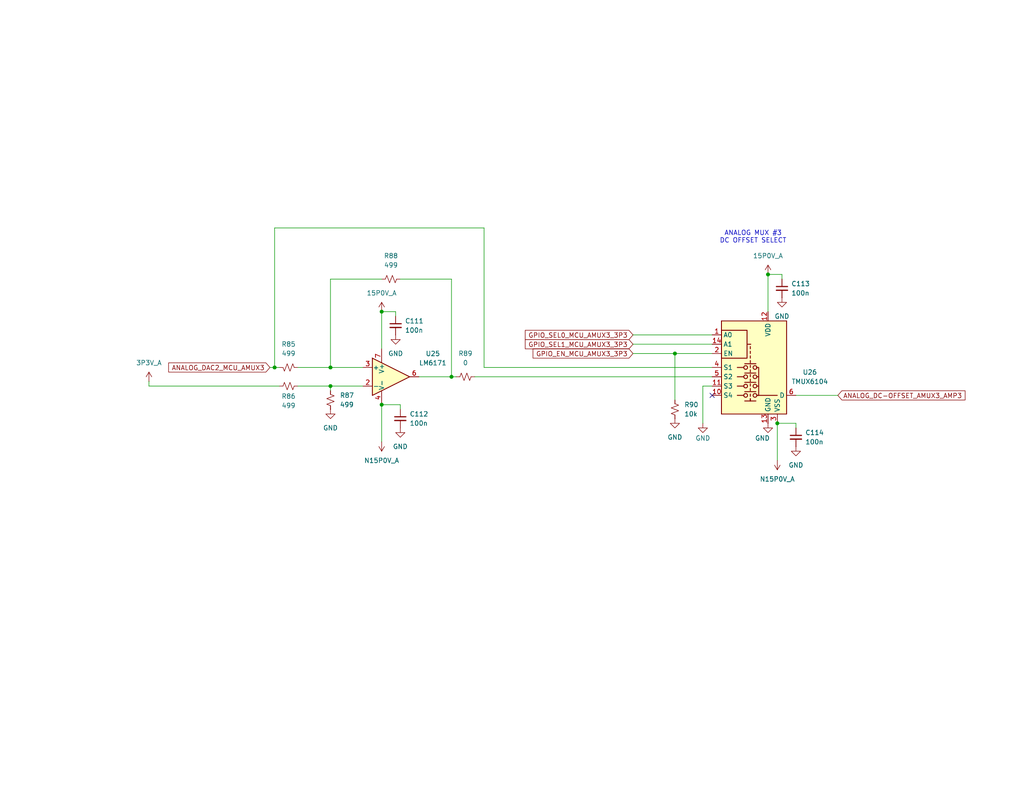
<source format=kicad_sch>
(kicad_sch (version 20250114) (generator "eeschema") (generator_version "9.0")
  (paper "A")
  (title_block (title "ARBITRARY WAVEFORM GENERATOR") (date "2025-07-15") (rev "1.0.1") (company "Tomasz Brzyzek"))
  (lib_symbols
    (symbol "BRZK_MUX:TMUX6104"
      (property "Reference" "U" (at 11.684 15.748 0))
      (property "Value" "TMUX6104" (at 11.684 13.462 0))
      (symbol "TMUX6104_0_0"
        (pin power_in line (at 5.08 -12.7 90) (length 2.54) (name "GND") (number "13"))
      )
      (symbol "TMUX6104_0_1"
        (rectangle (start -7.62 15.24) (end 10.16 -10.16) (stroke (width 0.254)) (fill (type background)))
        (rectangle (start -7.62 12.7) (end -0.635 5.08) (stroke (width 0.254)))
        (polyline (pts (xy -1.524 2.54) (xy -3.302 2.54)) (stroke (width 0.254)))
        (polyline (pts (xy -1.524 0) (xy -3.302 0)) (stroke (width 0.254)))
        (polyline (pts (xy -1.524 -2.54) (xy -3.302 -2.54)) (stroke (width 0.254)))
        (polyline (pts (xy -1.524 -5.08) (xy -3.302 -5.08)) (stroke (width 0.254)))
        (polyline (pts (xy -1.27 3.556) (xy 1.778 3.556)) (stroke (width 0.254)))
        (polyline (pts (xy -1.27 1.016) (xy 1.778 1.016)) (stroke (width 0.254)))
        (polyline (pts (xy -1.27 -1.524) (xy 1.778 -1.524)) (stroke (width 0.254)))
        (polyline (pts (xy -1.27 -4.064) (xy 1.778 -4.064)) (stroke (width 0.254)))
        (polyline (pts (xy -1.27 -6.604) (xy 1.778 -6.604)) (stroke (width 0.254)))
        (circle (center -1.016 2.54) (radius 0.508) (stroke (width 0.254)))
        (circle (center -1.016 0) (radius 0.508) (stroke (width 0.254)))
        (circle (center -1.016 -2.54) (radius 0.508) (stroke (width 0.254)))
        (circle (center -1.016 -5.08) (radius 0.508) (stroke (width 0.254)))
        (polyline (pts (xy -0.508 8.89) (xy 0.127 8.89)) (stroke (width 0.254)))
        (polyline (pts (xy 0.254 7.62) (xy 0.254 8.255)) (stroke (width 0.254)))
        (polyline (pts (xy 0.254 6.35) (xy 0.254 6.985)) (stroke (width 0.254)))
        (polyline (pts (xy 0.254 5.08) (xy 0.254 5.715)) (stroke (width 0.254)))
        (polyline (pts (xy 0.254 3.81) (xy 0.254 4.445)) (stroke (width 0.254)))
        (polyline (pts (xy 0.254 2.54) (xy 0.254 3.175)) (stroke (width 0.254)))
        (polyline (pts (xy 0.254 1.27) (xy 0.254 1.905)) (stroke (width 0.254)))
        (polyline (pts (xy 0.254 0) (xy 0.254 0.635)) (stroke (width 0.254)))
        (polyline (pts (xy 0.254 -1.27) (xy 0.254 -0.635)) (stroke (width 0.254)))
        (polyline (pts (xy 0.254 -2.54) (xy 0.254 -1.905)) (stroke (width 0.254)))
        (polyline (pts (xy 0.254 -3.81) (xy 0.254 -3.175)) (stroke (width 0.254)))
        (polyline (pts (xy 0.254 -5.334) (xy 0.254 -4.699)) (stroke (width 0.254)))
        (polyline (pts (xy 0.254 -6.604) (xy 0.254 -5.969)) (stroke (width 0.254)))
        (polyline (pts (xy 0.254 -6.604) (xy 0.254 -5.969)) (stroke (width 0.254)))
        (polyline (pts (xy 0.381 8.89) (xy 0.127 8.89)) (stroke (width 0.254)))
        (circle (center 1.524 2.54) (radius 0.508) (stroke (width 0.254)))
        (circle (center 1.524 0) (radius 0.508) (stroke (width 0.254)))
        (circle (center 1.524 -2.54) (radius 0.508) (stroke (width 0.254)))
        (circle (center 1.524 -5.08) (radius 0.508) (stroke (width 0.254)))
        (polyline (pts (xy 1.905 2.54) (xy 2.54 2.54) (xy 2.54 -5.08) (xy 2.032 -5.08)) (stroke (width 0.254)))
        (polyline (pts (xy 2.032 0) (xy 2.54 0)) (stroke (width 0.254)))
        (polyline (pts (xy 2.032 -2.54) (xy 2.54 -2.54)) (stroke (width 0.254)))
        (polyline (pts (xy 2.032 -5.08) (xy 2.54 -5.08)) (stroke (width 0.254)))
        (polyline (pts (xy 2.54 -5.08) (xy 7.62 -5.08)) (stroke (width 0.254)))
      )
      (symbol "TMUX6104_1_0"
        (pin no_connect line (at 12.7 2.54 180) (length 2.54) (hide yes) (name "NC") (number "7"))
        (pin no_connect line (at 12.7 2.54 180) (length 2.54) (hide yes) (name "NC") (number "8"))
        (pin no_connect line (at 12.7 2.54 180) (length 2.54) (hide yes) (name "NC") (number "9"))
      )
      (symbol "TMUX6104_1_1"
        (pin input line (at -10.16 11.43 0) (length 2.54) (name "A0") (number "1"))
        (pin input line (at -10.16 8.89 0) (length 2.54) (name "A1") (number "14"))
        (pin input line (at -10.16 6.35 0) (length 2.54) (name "EN") (number "2"))
        (pin bidirectional line (at -10.16 2.54 0) (length 2.54) (name "S1") (number "4"))
        (pin bidirectional line (at -10.16 0 0) (length 2.54) (name "S2") (number "5"))
        (pin bidirectional line (at -10.16 -2.54 0) (length 2.54) (name "S3") (number "11"))
        (pin bidirectional line (at -10.16 -5.08 0) (length 2.54) (name "S4") (number "10"))
        (pin power_in line (at 5.08 17.78 270) (length 2.54) (name "VDD") (number "12"))
        (pin power_in line (at 7.62 -12.7 90) (length 2.54) (name "VSS") (number "3"))
        (pin bidirectional line (at 12.7 -5.08 180) (length 2.54) (name "D") (number "6"))
      )
    )
    (symbol "BRZK_OPAMP:LM6171" (pin_names (offset 0.127))
      (property "Reference" "U" (at 0 6.35 0))
      (property "Value" "LM6171" (at 0 3.81 0))
      (symbol "LM6171_0_1"
        (polyline (pts (xy -5.08 5.08) (xy 5.08 0) (xy -5.08 -5.08) (xy -5.08 5.08)) (stroke (width 0.254)) (fill (type background)))
      )
      (symbol "LM6171_1_1"
        (pin input line (at -7.62 2.54 0) (length 2.54) (name "+") (number "3"))
        (pin input line (at -7.62 -2.54 0) (length 2.54) (name "-") (number "2"))
        (pin power_in line (at -2.54 7.62 270) (length 3.81) (name "V+") (number "7"))
        (pin no_connect line (at -2.54 2.54 270) (length 2.54) (hide yes) (name "NC") (number "1"))
        (pin power_in line (at -2.54 -7.62 90) (length 3.81) (name "V-") (number "4"))
        (pin no_connect line (at 0 2.54 270) (length 2.54) (hide yes) (name "NC") (number "5"))
        (pin no_connect line (at 0 -2.54 90) (length 2.54) (hide yes) (name "NC") (number "8"))
        (pin output line (at 7.62 0 180) (length 2.54) (name "~") (number "6"))
      )
    )
    (symbol "Device:C_Small" (pin_numbers (hide yes)) (pin_names (offset 0.254) (hide yes))
      (property "Reference" "C" (at 0.254 1.778 0))
      (property "Value" "C_Small" (at 0.254 -2.032 0))
      (symbol "C_Small_0_1"
        (polyline (pts (xy -1.524 0.508) (xy 1.524 0.508)) (stroke (width 0.3048)))
        (polyline (pts (xy -1.524 -0.508) (xy 1.524 -0.508)) (stroke (width 0.3302)))
      )
      (symbol "C_Small_1_1"
        (pin passive line (at 0 2.54 270) (length 2.032) (name "~") (number "1"))
        (pin passive line (at 0 -2.54 90) (length 2.032) (name "~") (number "2"))
      )
    )
    (symbol "Device:R_Small_US" (pin_numbers (hide yes)) (pin_names (offset 0.254) (hide yes))
      (property "Reference" "R" (at 0.762 0.508 0))
      (property "Value" "R_Small_US" (at 0.762 -1.016 0))
      (symbol "R_Small_US_1_1"
        (polyline (pts (xy 0 1.524) (xy 1.016 1.143) (xy 0 0.762) (xy -1.016 0.381) (xy 0 0)))
        (polyline (pts (xy 0 0) (xy 1.016 -0.381) (xy 0 -0.762) (xy -1.016 -1.143) (xy 0 -1.524)))
        (pin passive line (at 0 2.54 270) (length 1.016) (name "~") (number "1"))
        (pin passive line (at 0 -2.54 90) (length 1.016) (name "~") (number "2"))
      )
    )
    (symbol "power:+3V3" (power) (pin_numbers (hide yes)) (pin_names (offset 0) (hide yes))
      (property "Value" "+3V3" (at 0 3.556 0))
      (symbol "+3V3_0_1"
        (polyline (pts (xy -0.762 1.27) (xy 0 2.54)))
        (polyline (pts (xy 0 2.54) (xy 0.762 1.27)))
        (polyline (pts (xy 0 0) (xy 0 2.54)))
      )
      (symbol "+3V3_1_1"
        (pin power_in line (at 0 0 90) (length 0) (name "~") (number "1"))
      )
    )
    (symbol "power:GND" (power) (pin_numbers (hide yes)) (pin_names (offset 0) (hide yes))
      (property "Value" "GND" (at 0 -3.81 0))
      (symbol "GND_0_1"
        (polyline (pts (xy 0 0) (xy 0 -1.27) (xy 1.27 -1.27) (xy 0 -2.54) (xy -1.27 -1.27) (xy 0 -1.27)))
      )
      (symbol "GND_1_1"
        (pin power_in line (at 0 0 270) (length 0) (name "~") (number "1"))
      )
    )
  )
  (text "ANALOG MUX #3\nDC OFFSET SELECT" (at 205.486 64.77 0) (effects (font (size 1.27 1.27))))
  (junction (at 212.09 115.57))
  (junction (at 104.14 85.09))
  (junction (at 74.93 100.33))
  (junction (at 90.17 100.33))
  (junction (at 123.19 102.87))
  (junction (at 184.15 96.52))
  (junction (at 104.14 110.49))
  (junction (at 209.55 74.93))
  (junction (at 90.17 105.41))
  (no_connect (at 194.31 107.95))
  (wire (pts (xy 107.95 86.36) (xy 107.95 85.09)))
  (wire (pts (xy 209.55 74.93) (xy 209.55 85.09)))
  (wire (pts (xy 172.72 96.52) (xy 184.15 96.52)))
  (wire (pts (xy 90.17 100.33) (xy 90.17 76.2)))
  (wire (pts (xy 114.3 102.87) (xy 123.19 102.87)))
  (wire (pts (xy 217.17 116.84) (xy 217.17 115.57)))
  (wire (pts (xy 90.17 76.2) (xy 104.14 76.2)))
  (wire (pts (xy 40.64 105.41) (xy 76.2 105.41)))
  (wire (pts (xy 104.14 120.65) (xy 104.14 110.49)))
  (wire (pts (xy 104.14 85.09) (xy 104.14 95.25)))
  (wire (pts (xy 129.54 102.87) (xy 194.31 102.87)))
  (wire (pts (xy 123.19 102.87) (xy 124.46 102.87)))
  (wire (pts (xy 90.17 105.41) (xy 90.17 106.68)))
  (wire (pts (xy 209.55 74.93) (xy 213.36 74.93)))
  (wire (pts (xy 73.66 100.33) (xy 74.93 100.33)))
  (wire (pts (xy 172.72 91.44) (xy 194.31 91.44)))
  (wire (pts (xy 212.09 125.73) (xy 212.09 115.57)))
  (wire (pts (xy 184.15 96.52) (xy 184.15 109.22)))
  (wire (pts (xy 194.31 105.41) (xy 191.77 105.41)))
  (wire (pts (xy 172.72 93.98) (xy 194.31 93.98)))
  (wire (pts (xy 104.14 110.49) (xy 109.22 110.49)))
  (wire (pts (xy 81.28 105.41) (xy 90.17 105.41)))
  (wire (pts (xy 213.36 76.2) (xy 213.36 74.93)))
  (wire (pts (xy 184.15 96.52) (xy 194.31 96.52)))
  (wire (pts (xy 132.08 62.23) (xy 74.93 62.23)))
  (wire (pts (xy 212.09 115.57) (xy 217.17 115.57)))
  (wire (pts (xy 191.77 105.41) (xy 191.77 115.57)))
  (wire (pts (xy 104.14 85.09) (xy 107.95 85.09)))
  (wire (pts (xy 132.08 100.33) (xy 132.08 62.23)))
  (wire (pts (xy 40.64 104.14) (xy 40.64 105.41)))
  (wire (pts (xy 109.22 76.2) (xy 123.19 76.2)))
  (wire (pts (xy 228.6 107.95) (xy 217.17 107.95)))
  (wire (pts (xy 123.19 76.2) (xy 123.19 102.87)))
  (wire (pts (xy 81.28 100.33) (xy 90.17 100.33)))
  (wire (pts (xy 90.17 105.41) (xy 99.06 105.41)))
  (wire (pts (xy 90.17 100.33) (xy 99.06 100.33)))
  (wire (pts (xy 194.31 100.33) (xy 132.08 100.33)))
  (wire (pts (xy 74.93 100.33) (xy 76.2 100.33)))
  (wire (pts (xy 74.93 62.23) (xy 74.93 100.33)))
  (wire (pts (xy 109.22 111.76) (xy 109.22 110.49)))
  (global_label "ANALOG_DC-OFFSET_AMUX3_AMP3" (shape input) (at 228.6 107.95 0) (property "Intersheetrefs" "${INTERSHEET_REFS}" (effects (hide yes))))
  (global_label "GPIO_SEL0_MCU_AMUX3_3P3" (shape input) (at 172.72 91.44 180) (property "Intersheetrefs" "${INTERSHEET_REFS}" (effects (hide yes))))
  (global_label "GPIO_EN_MCU_AMUX3_3P3" (shape input) (at 172.72 96.52 180) (property "Intersheetrefs" "${INTERSHEET_REFS}" (effects (hide yes))))
  (global_label "ANALOG_DAC2_MCU_AMUX3" (shape input) (at 73.66 100.33 180) (property "Intersheetrefs" "${INTERSHEET_REFS}" (effects (hide yes))))
  (global_label "GPIO_SEL1_MCU_AMUX3_3P3" (shape input) (at 172.72 93.98 180) (property "Intersheetrefs" "${INTERSHEET_REFS}" (effects (hide yes))))
  (symbol (lib_id "Device:R_Small_US") (at 184.15 111.76 180) (unit 1)
    (property "Reference" "R90" (at 186.69 110.4899 0) (effects (justify right)))
    (property "Value" "10k" (at 186.69 113.0299 0) (effects (justify right)))
    (property "Footprint" "Resistor_SMD:R_0603_1608Metric" (effects (hide yes)))
    (property "Description" "Resistor, small US symbol" (effects (hide yes)))
    (property "Part Number" "0603WAF1002T5E" (effects (hide yes)))
    (property "LCSC" "C25804" (effects (hide yes)))
  )
  (symbol (lib_id "Device:C_Small") (at 109.22 114.3 0) (unit 1)
    (property "Reference" "C112" (at 111.76 113.0363 0) (effects (justify left)))
    (property "Value" "100n" (at 111.76 115.5763 0) (effects (justify left)))
    (property "Footprint" "Capacitor_SMD:C_0603_1608Metric" (effects (hide yes)))
    (property "Description" "Unpolarized capacitor, small symbol" (effects (hide yes)))
    (property "Part Number" "CL10B104JB8NNNC" (effects (hide yes)))
    (property "LCSC" "C24452" (effects (hide yes)))
  )
  (symbol (lib_id "power:GND") (at 209.55 115.57 0) (unit 1)
    (property "Reference" "#PWR0287" (effects (hide yes)))
    (property "Value" "GND" (at 208.026 119.634 0))
    (property "Description" "Power symbol creates a global label with name \"GND\" , ground" (effects (hide yes)))
  )
  (symbol (lib_id "power:GND") (at 191.77 115.57 0) (unit 1)
    (property "Reference" "#PWR0285" (effects (hide yes)))
    (property "Value" "GND" (at 191.77 119.634 0))
    (property "Description" "Power symbol creates a global label with name \"GND\" , ground" (effects (hide yes)))
  )
  (symbol (lib_id "Device:R_Small_US") (at 90.17 109.22 180) (unit 1)
    (property "Reference" "R87" (at 92.71 107.9499 0) (effects (justify right)))
    (property "Value" "499" (at 92.71 110.4899 0) (effects (justify right)))
    (property "Footprint" "Resistor_SMD:R_0603_1608Metric" (effects (hide yes)))
    (property "Description" "Resistor, small US symbol" (effects (hide yes)))
    (property "LCSC" "C23065" (effects (hide yes)))
    (property "Part Number" "0603WAF4990T5E" (effects (hide yes)))
  )
  (symbol (lib_id "power:+3V3") (at 40.64 104.14 0) (unit 1)
    (property "Reference" "#PWR0278" (effects (hide yes)))
    (property "Value" "3P3V_A" (at 40.64 99.06 0))
    (property "Description" "Power symbol creates a global label with name \"+3V3\"" (effects (hide yes)))
  )
  (symbol (lib_id "power:GND") (at 213.36 81.28 0) (unit 1)
    (property "Reference" "#PWR0289" (effects (hide yes)))
    (property "Value" "GND" (at 213.36 86.36 0))
    (property "Description" "Power symbol creates a global label with name \"GND\" , ground" (effects (hide yes)))
  )
  (symbol (lib_id "Device:R_Small_US") (at 78.74 105.41 90) (unit 1)
    (property "Reference" "R86" (at 78.74 108.204 90))
    (property "Value" "499" (at 78.74 110.744 90))
    (property "Footprint" "Resistor_SMD:R_0603_1608Metric" (effects (hide yes)))
    (property "Description" "Resistor, small US symbol" (effects (hide yes)))
    (property "LCSC" "C23065" (effects (hide yes)))
    (property "Part Number" "0603WAF4990T5E" (effects (hide yes)))
  )
  (symbol (lib_id "Device:R_Small_US") (at 106.68 76.2 90) (unit 1)
    (property "Reference" "R88" (at 106.68 69.85 90))
    (property "Value" "499" (at 106.68 72.39 90))
    (property "Footprint" "Resistor_SMD:R_0603_1608Metric" (effects (hide yes)))
    (property "Description" "Resistor, small US symbol" (effects (hide yes)))
    (property "LCSC" "C23065" (effects (hide yes)))
    (property "Part Number" "0603WAF4990T5E" (effects (hide yes)))
  )
  (symbol (lib_id "power:GND") (at 90.17 111.76 0) (unit 1)
    (property "Reference" "#PWR0279" (effects (hide yes)))
    (property "Value" "GND" (at 90.17 116.84 0))
    (property "Description" "Power symbol creates a global label with name \"GND\" , ground" (effects (hide yes)))
  )
  (symbol (lib_id "power:GND") (at 109.22 116.84 0) (unit 1)
    (property "Reference" "#PWR0283" (effects (hide yes)))
    (property "Value" "GND" (at 109.22 121.92 0))
    (property "Description" "Power symbol creates a global label with name \"GND\" , ground" (effects (hide yes)))
  )
  (symbol (lib_id "power:+3V3") (at 104.14 120.65 180) (unit 1)
    (property "Reference" "#PWR0281" (effects (hide yes)))
    (property "Value" "N15P0V_A" (at 104.14 125.73 0))
    (property "Description" "Power symbol creates a global label with name \"+3V3\"" (effects (hide yes)))
  )
  (symbol (lib_id "power:+3V3") (at 104.14 85.09 0) (unit 1)
    (property "Reference" "#PWR0280" (effects (hide yes)))
    (property "Value" "15P0V_A" (at 104.14 80.01 0))
    (property "Description" "Power symbol creates a global label with name \"+3V3\"" (effects (hide yes)))
  )
  (symbol (lib_id "power:GND") (at 184.15 114.3 0) (unit 1)
    (property "Reference" "#PWR0284" (effects (hide yes)))
    (property "Value" "GND" (at 184.15 119.38 0))
    (property "Description" "Power symbol creates a global label with name \"GND\" , ground" (effects (hide yes)))
  )
  (symbol (lib_id "Device:R_Small_US") (at 78.74 100.33 270) (mirror x) (unit 1)
    (property "Reference" "R85" (at 78.74 93.98 90))
    (property "Value" "499" (at 78.74 96.52 90))
    (property "Footprint" "Resistor_SMD:R_0603_1608Metric" (effects (hide yes)))
    (property "Description" "Resistor, small US symbol" (effects (hide yes)))
    (property "LCSC" "C23065" (effects (hide yes)))
    (property "Part Number" "0603WAF4990T5E" (effects (hide yes)))
  )
  (symbol (lib_id "Device:C_Small") (at 217.17 119.38 0) (unit 1)
    (property "Reference" "C114" (at 219.71 118.1163 0) (effects (justify left)))
    (property "Value" "100n" (at 219.71 120.6563 0) (effects (justify left)))
    (property "Footprint" "Capacitor_SMD:C_0603_1608Metric" (effects (hide yes)))
    (property "Description" "Unpolarized capacitor, small symbol" (effects (hide yes)))
    (property "Part Number" "CL10B104JB8NNNC" (effects (hide yes)))
    (property "LCSC" "C24452" (effects (hide yes)))
  )
  (symbol (lib_id "Device:R_Small_US") (at 127 102.87 90) (unit 1)
    (property "Reference" "R89" (at 127 96.52 90))
    (property "Value" "0" (at 127 99.06 90))
    (property "Footprint" "Resistor_SMD:R_0603_1608Metric" (effects (hide yes)))
    (property "Description" "Resistor, small US symbol" (effects (hide yes)))
    (property "Part Number" "0603WAJ0000T5E" (effects (hide yes)))
    (property "LCSC" "C15402" (effects (hide yes)))
  )
  (symbol (lib_id "power:+3V3") (at 209.55 74.93 0) (unit 1)
    (property "Reference" "#PWR0286" (effects (hide yes)))
    (property "Value" "15P0V_A" (at 209.55 69.85 0))
    (property "Description" "Power symbol creates a global label with name \"+3V3\"" (effects (hide yes)))
  )
  (symbol (lib_id "Device:C_Small") (at 213.36 78.74 0) (unit 1)
    (property "Reference" "C113" (at 215.9 77.4763 0) (effects (justify left)))
    (property "Value" "100n" (at 215.9 80.0163 0) (effects (justify left)))
    (property "Footprint" "Capacitor_SMD:C_0603_1608Metric" (effects (hide yes)))
    (property "Description" "Unpolarized capacitor, small symbol" (effects (hide yes)))
    (property "Part Number" "CL10B104JB8NNNC" (effects (hide yes)))
    (property "LCSC" "C24452" (effects (hide yes)))
  )
  (symbol (lib_id "BRZK_OPAMP:LM6171") (at 106.68 102.87 0) (unit 1)
    (property "Reference" "U25" (at 118.11 96.5514 0))
    (property "Value" "LM6171" (at 118.11 99.0914 0))
    (property "Footprint" "Package_SO:SOIC-8_3.9x4.9mm_P1.27mm" (effects (hide yes)))
    (property "Datasheet" "http://www.ti.com/lit/ds/symlink/lm6171.pdf" (effects (hide yes)))
    (property "Description" "High Speed Low Power Low Distortion Voltage Feedback Amplifier, SOIC-8" (effects (hide yes)))
    (property "Part Number" "LM6171BIMX/NOPB" (effects (hide yes)))
    (property "LCSC" "C2058493" (effects (hide yes)))
  )
  (symbol (lib_id "power:+3V3") (at 212.09 125.73 180) (unit 1)
    (property "Reference" "#PWR0288" (effects (hide yes)))
    (property "Value" "N15P0V_A" (at 212.09 130.81 0))
    (property "Description" "Power symbol creates a global label with name \"+3V3\"" (effects (hide yes)))
  )
  (symbol (lib_id "BRZK_MUX:TMUX6104") (at 204.47 102.87 0) (unit 1)
    (property "Reference" "U26" (at 220.98 101.6314 0))
    (property "Value" "TMUX6104" (at 220.98 104.1714 0))
    (property "Footprint" "Package_SO:TSSOP-14_4.4x5mm_P0.65mm" (effects (hide yes)))
    (property "Datasheet" "https://www.ti.com/lit/ds/symlink/tmux6104.pdf" (effects (hide yes)))
    (property "Description" "5-pA on-state leakage current, ±16.5-V, 4:1, 1-channel precision analog multiplexer" (effects (hide yes)))
    (property "Part Number" "TMUX6104PWR" (effects (hide yes)))
    (property "LCSC" "C2673388" (effects (hide yes)))
  )
  (symbol (lib_id "power:GND") (at 217.17 121.92 0) (unit 1)
    (property "Reference" "#PWR0290" (effects (hide yes)))
    (property "Value" "GND" (at 217.17 127 0))
    (property "Description" "Power symbol creates a global label with name \"GND\" , ground" (effects (hide yes)))
  )
  (symbol (lib_id "power:GND") (at 107.95 91.44 0) (unit 1)
    (property "Reference" "#PWR0282" (effects (hide yes)))
    (property "Value" "GND" (at 107.95 96.52 0))
    (property "Description" "Power symbol creates a global label with name \"GND\" , ground" (effects (hide yes)))
  )
  (symbol (lib_id "Device:C_Small") (at 107.95 88.9 0) (unit 1)
    (property "Reference" "C111" (at 110.49 87.6363 0) (effects (justify left)))
    (property "Value" "100n" (at 110.49 90.1763 0) (effects (justify left)))
    (property "Footprint" "Capacitor_SMD:C_0603_1608Metric" (effects (hide yes)))
    (property "Description" "Unpolarized capacitor, small symbol" (effects (hide yes)))
    (property "Part Number" "CL10B104JB8NNNC" (effects (hide yes)))
    (property "LCSC" "C24452" (effects (hide yes)))
  )
)
</source>
